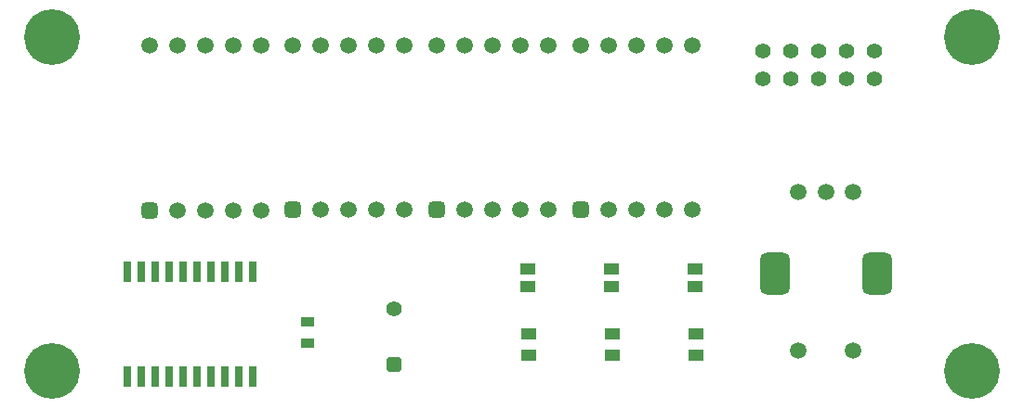
<source format=gbr>
G04*
G04 #@! TF.GenerationSoftware,Altium Limited,Altium Designer,22.4.2 (48)*
G04*
G04 Layer_Color=255*
%FSLAX25Y25*%
%MOIN*%
G70*
G04*
G04 #@! TF.SameCoordinates,BCBF65FA-95A4-4157-AECB-54A889C136F6*
G04*
G04*
G04 #@! TF.FilePolarity,Positive*
G04*
G01*
G75*
%ADD16R,0.05118X0.03543*%
%ADD17R,0.02756X0.07480*%
%ADD18R,0.05709X0.03937*%
%ADD19R,0.05787X0.04016*%
%ADD30C,0.05500*%
%ADD33C,0.20000*%
G04:AMPARAMS|DCode=34|XSize=55.12mil|YSize=55.12mil|CornerRadius=13.78mil|HoleSize=0mil|Usage=FLASHONLY|Rotation=270.000|XOffset=0mil|YOffset=0mil|HoleType=Round|Shape=RoundedRectangle|*
%AMROUNDEDRECTD34*
21,1,0.05512,0.02756,0,0,270.0*
21,1,0.02756,0.05512,0,0,270.0*
1,1,0.02756,-0.01378,-0.01378*
1,1,0.02756,-0.01378,0.01378*
1,1,0.02756,0.01378,0.01378*
1,1,0.02756,0.01378,-0.01378*
%
%ADD34ROUNDEDRECTD34*%
%ADD35C,0.05512*%
G04:AMPARAMS|DCode=36|XSize=153.54mil|YSize=106.3mil|CornerRadius=26.57mil|HoleSize=0mil|Usage=FLASHONLY|Rotation=90.000|XOffset=0mil|YOffset=0mil|HoleType=Round|Shape=RoundedRectangle|*
%AMROUNDEDRECTD36*
21,1,0.15354,0.05315,0,0,90.0*
21,1,0.10039,0.10630,0,0,90.0*
1,1,0.05315,0.02657,0.05020*
1,1,0.05315,0.02657,-0.05020*
1,1,0.05315,-0.02657,-0.05020*
1,1,0.05315,-0.02657,0.05020*
%
%ADD36ROUNDEDRECTD36*%
%ADD37C,0.05906*%
G04:AMPARAMS|DCode=38|XSize=59.06mil|YSize=59.06mil|CornerRadius=14.76mil|HoleSize=0mil|Usage=FLASHONLY|Rotation=0.000|XOffset=0mil|YOffset=0mil|HoleType=Round|Shape=RoundedRectangle|*
%AMROUNDEDRECTD38*
21,1,0.05906,0.02953,0,0,0.0*
21,1,0.02953,0.05906,0,0,0.0*
1,1,0.02953,0.01476,-0.01476*
1,1,0.02953,-0.01476,-0.01476*
1,1,0.02953,-0.01476,0.01476*
1,1,0.02953,0.01476,0.01476*
%
%ADD38ROUNDEDRECTD38*%
D16*
X206600Y375260D02*
D03*
Y382740D02*
D03*
D17*
X187000Y400798D02*
D03*
X182000D02*
D03*
X177000D02*
D03*
X172000D02*
D03*
X167000D02*
D03*
X162000D02*
D03*
X157000D02*
D03*
X152000D02*
D03*
X147000D02*
D03*
X142000D02*
D03*
Y363002D02*
D03*
X147000D02*
D03*
X152000D02*
D03*
X157000D02*
D03*
X162000D02*
D03*
X167000D02*
D03*
X172000D02*
D03*
X177000D02*
D03*
X182000D02*
D03*
X187000D02*
D03*
D18*
X346000Y370860D02*
D03*
Y378340D02*
D03*
X316000Y370860D02*
D03*
Y378340D02*
D03*
X286000Y370860D02*
D03*
Y378340D02*
D03*
D19*
X345700Y395650D02*
D03*
Y401950D02*
D03*
X315700Y395650D02*
D03*
Y401950D02*
D03*
X285700Y395650D02*
D03*
Y401950D02*
D03*
D30*
X370000Y480000D02*
D03*
X380000D02*
D03*
X390000D02*
D03*
X400000D02*
D03*
X410000D02*
D03*
Y470000D02*
D03*
X400000D02*
D03*
X390000D02*
D03*
X380000D02*
D03*
X370000D02*
D03*
D33*
X115000Y365000D02*
D03*
X445000D02*
D03*
Y485000D02*
D03*
X115000D02*
D03*
D34*
X237700Y367657D02*
D03*
D35*
Y387343D02*
D03*
D36*
X410807Y400000D02*
D03*
X374193D02*
D03*
D37*
X392500Y429528D02*
D03*
X382657D02*
D03*
X402343D02*
D03*
X382657Y372441D02*
D03*
X402343D02*
D03*
X314600Y423045D02*
D03*
X324600D02*
D03*
X334600D02*
D03*
X344600D02*
D03*
Y482100D02*
D03*
X334600D02*
D03*
X324600D02*
D03*
X314600D02*
D03*
X304600D02*
D03*
X263000Y423045D02*
D03*
X273000D02*
D03*
X283000D02*
D03*
X293000D02*
D03*
Y482100D02*
D03*
X283000D02*
D03*
X273000D02*
D03*
X263000D02*
D03*
X253000D02*
D03*
X211400Y423045D02*
D03*
X221400D02*
D03*
X231400D02*
D03*
X241400D02*
D03*
Y482100D02*
D03*
X231400D02*
D03*
X221400D02*
D03*
X211400D02*
D03*
X201400D02*
D03*
X159843Y422972D02*
D03*
X169843D02*
D03*
X179843D02*
D03*
X189843D02*
D03*
Y482028D02*
D03*
X179843D02*
D03*
X169843D02*
D03*
X159843D02*
D03*
X149843D02*
D03*
D38*
X304600Y423045D02*
D03*
X253000D02*
D03*
X201400D02*
D03*
X149843Y422972D02*
D03*
M02*

</source>
